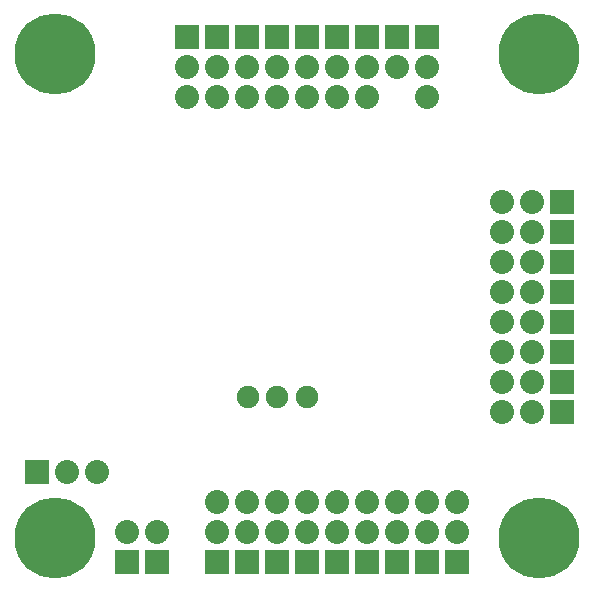
<source format=gbs>
G04 (created by PCBNEW (2013-03-19 BZR 4004)-stable) date 5/7/2013 2:04:26 PM*
%MOIN*%
G04 Gerber Fmt 3.4, Leading zero omitted, Abs format*
%FSLAX34Y34*%
G01*
G70*
G90*
G04 APERTURE LIST*
%ADD10C,2.3622e-006*%
%ADD11C,0.27*%
%ADD12C,0.075*%
%ADD13R,0.08X0.08*%
%ADD14C,0.08*%
G04 APERTURE END LIST*
G54D10*
G54D11*
X65716Y-48716D03*
X65716Y-32574D03*
X49574Y-32574D03*
X49574Y-48716D03*
G54D12*
X56016Y-44000D03*
X57984Y-44000D03*
X57000Y-44000D03*
G54D13*
X55000Y-32000D03*
G54D14*
X55000Y-33000D03*
X55000Y-34000D03*
G54D13*
X49000Y-46500D03*
G54D14*
X50000Y-46500D03*
X51000Y-46500D03*
G54D13*
X62000Y-32000D03*
G54D14*
X62000Y-33000D03*
X62000Y-34000D03*
G54D13*
X66500Y-37500D03*
G54D14*
X65500Y-37500D03*
X64500Y-37500D03*
G54D13*
X66500Y-41500D03*
G54D14*
X65500Y-41500D03*
X64500Y-41500D03*
G54D13*
X66500Y-42500D03*
G54D14*
X65500Y-42500D03*
X64500Y-42500D03*
G54D13*
X66500Y-44500D03*
G54D14*
X65500Y-44500D03*
X64500Y-44500D03*
G54D13*
X66500Y-43500D03*
G54D14*
X65500Y-43500D03*
X64500Y-43500D03*
G54D13*
X63000Y-49500D03*
G54D14*
X63000Y-48500D03*
X63000Y-47500D03*
G54D13*
X62000Y-49500D03*
G54D14*
X62000Y-48500D03*
X62000Y-47500D03*
G54D13*
X60000Y-49500D03*
G54D14*
X60000Y-48500D03*
X60000Y-47500D03*
G54D13*
X61000Y-49500D03*
G54D14*
X61000Y-48500D03*
X61000Y-47500D03*
G54D13*
X59000Y-49500D03*
G54D14*
X59000Y-48500D03*
X59000Y-47500D03*
G54D13*
X66500Y-38500D03*
G54D14*
X65500Y-38500D03*
X64500Y-38500D03*
G54D13*
X66500Y-39500D03*
G54D14*
X65500Y-39500D03*
X64500Y-39500D03*
G54D13*
X66500Y-40500D03*
G54D14*
X65500Y-40500D03*
X64500Y-40500D03*
G54D13*
X58000Y-49500D03*
G54D14*
X58000Y-48500D03*
X58000Y-47500D03*
G54D13*
X57000Y-49500D03*
G54D14*
X57000Y-48500D03*
X57000Y-47500D03*
G54D13*
X56000Y-49500D03*
G54D14*
X56000Y-48500D03*
X56000Y-47500D03*
G54D13*
X55000Y-49500D03*
G54D14*
X55000Y-48500D03*
X55000Y-47500D03*
G54D13*
X54000Y-32000D03*
G54D14*
X54000Y-33000D03*
X54000Y-34000D03*
G54D13*
X60000Y-32000D03*
G54D14*
X60000Y-33000D03*
X60000Y-34000D03*
G54D13*
X59000Y-32000D03*
G54D14*
X59000Y-33000D03*
X59000Y-34000D03*
G54D13*
X58000Y-32000D03*
G54D14*
X58000Y-33000D03*
X58000Y-34000D03*
G54D13*
X56000Y-32000D03*
G54D14*
X56000Y-33000D03*
X56000Y-34000D03*
G54D13*
X52000Y-49500D03*
G54D14*
X52000Y-48500D03*
G54D13*
X53000Y-49500D03*
G54D14*
X53000Y-48500D03*
G54D13*
X57000Y-32000D03*
G54D14*
X57000Y-33000D03*
X57000Y-34000D03*
G54D13*
X61000Y-32000D03*
G54D14*
X61000Y-33000D03*
M02*

</source>
